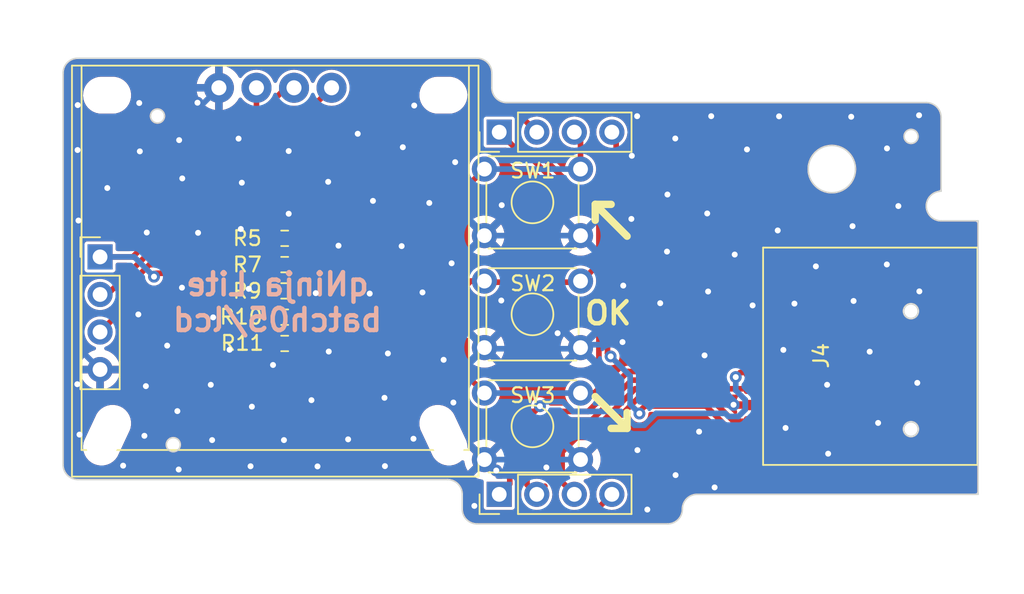
<source format=kicad_pcb>
(kicad_pcb (version 20211014) (generator pcbnew)
  (layers (0 "F.Cu" signal) (31 "B.Cu" signal) (34 "B.Paste" user) (35 "F.Paste" user) (36 "B.SilkS" user "B.Silkscreen") (37 "F.SilkS" user "F.Silkscreen") (38 "B.Mask" user) (39 "F.Mask" user) (44 "Edge.Cuts" user))
  (net 0 "")
  (net 1 "3V3D")
  (net 2 "SD_CS")
  (net 3 "MOSI")
  (net 4 "SCLK")
  (net 5 "MISO")
  (net 6 "SD_CD")
  (net 7 "TACT1")
  (net 8 "TACT2")
  (net 9 "TACT3")
  (net 10 "GND")
  (net 13 "I2C_SCL")
  (net 14 "I2C_SDA")
  (footprint "Ninja-qPCR:ALI_I2C_LCD" (layer "F.Cu") (at 146.350004 85.999993)
    (fp_text reference "D2" hide)
    (fp_text value "I2C_SSD1306_LCD")
    (fp_line (start 13.1 0) (end 13.1 26) (layer "F.SilkS") (width 0.12))
    (fp_line (start -13.75 0) (end 13.75 0) (layer "F.SilkS") (width 0.12))
    (fp_line (start 13.75 0) (end 13.75 27.8) (layer "F.SilkS") (width 0.12))
    (fp_line (start -13.1 0) (end -13.1 26) (layer "F.SilkS") (width 0.12))
    (fp_line (start -13.75 27.8) (end 13.75 27.8) (layer "F.SilkS") (width 0.12))
    (fp_line (start -13.75 0) (end -13.75 27.8) (layer "F.SilkS") (width 0.12))
    (fp_line (start -13.1 26) (end 13.1 26) (layer "F.SilkS") (width 0.12))
    (pad "" np_thru_hole oval (at 11.375 25 295.115) (size 3.767 2) (drill oval 3.767 2) (layers F&B.Cu *.Mask))
    (pad "" np_thru_hole oval (at 11.375 2) (size 2.75 2) (drill oval 2.75 2) (layers F&B.Cu *.Mask))
    (pad "" np_thru_hole oval (at -11.375 25 64.885) (size 3.767 2) (drill oval 3.767 2) (layers F&B.Cu *.Mask))
    (pad "" np_thru_hole oval (at -11.375 2) (size 2.75 2) (drill oval 2.75 2) (layers F&B.Cu *.Mask))
    (pad "1" thru_hole oval (at -3.81 1.5) (size 2.032 2.032) (drill 1.016) (layers *.Cu *.Mask) (net 10 "GND"))
    (pad "2" thru_hole oval (at -1.27 1.5) (size 2.032 2.032) (drill 1.016) (layers *.Cu *.Mask) (net 1 "3V3D"))
    (pad "3" thru_hole oval (at 1.27 1.5) (size 2.032 2.032) (drill 1.016) (layers *.Cu *.Mask) (net 13 "I2C_SCL"))
    (pad "4" thru_hole oval (at 3.81 1.5) (size 2.032 2.032) (drill 1.016) (layers *.Cu *.Mask) (net 14 "I2C_SDA"))
  )
  (footprint "Connector_PinHeader_2.54mm:PinHeader_1x04_P2.54mm_Vertical" (layer "F.Cu") (at 161.5 90.5 90)
    (fp_text reference "J1" hide)
    (fp_text value "Conn_01x04_Male")
    (fp_line (start 1.33 1.27) (end 1.33 8.95) (layer "F.SilkS") (width 0.12))
    (fp_line (start -1.33 8.95) (end 1.33 8.95) (layer "F.SilkS") (width 0.12))
    (fp_line (start -1.33 0) (end -1.33 -1.33) (layer "F.SilkS") (width 0.12))
    (fp_line (start -1.33 1.27) (end -1.33 8.95) (layer "F.SilkS") (width 0.12))
    (fp_line (start -1.33 1.27) (end 1.33 1.27) (layer "F.SilkS") (width 0.12))
    (fp_line (start -1.33 -1.33) (end 0 -1.33) (layer "F.SilkS") (width 0.12))
    (pad "1" thru_hole rect (at 0 0 90) (size 1.7 1.7) (drill 1) (layers *.Cu *.Mask) (net 9 "TACT3"))
    (pad "2" thru_hole oval (at 0 2.54 90) (size 1.7 1.7) (drill 1) (layers *.Cu *.Mask) (net 8 "TACT2"))
    (pad "3" thru_hole oval (at 0 5.08 90) (size 1.7 1.7) (drill 1) (layers *.Cu *.Mask) (net 7 "TACT1"))
    (pad "4" thru_hole oval (at 0 7.62 90) (size 1.7 1.7) (drill 1) (layers *.Cu *.Mask) (net 6 "SD_CD"))
  )
  (footprint "Resistor_SMD:R_0603_1608Metric" (layer "F.Cu") (at 146.9892 99.460635 180)
    (fp_text reference "R7" (at 2.5292 0) (layer "F.SilkS"))
    (fp_text value "100k")
    (fp_line (start -0.237258 -0.5225) (end 0.237258 -0.5225) (layer "F.SilkS") (width 0.12))
    (fp_line (start -0.237258 0.5225) (end 0.237258 0.5225) (layer "F.SilkS") (width 0.12))
    (pad "1" smd roundrect (at -0.825 0 180) (size 0.8 0.95) (layers "F.Cu" "F.Paste" "F.Mask") (net 1 "3V3D"))
    (pad "2" smd roundrect (at 0.825 0 180) (size 0.8 0.95) (layers "F.Cu" "F.Paste" "F.Mask") (net 14 "I2C_SDA"))
  )
  (footprint "Ninja-qPCR:ALI_microSD" (layer "F.Cu") (at 189.35 102.61 90)
    (fp_text reference "J4" (at -3.01 -6.07 90) (layer "F.SilkS"))
    (fp_text value "ALI_Micro_SD_Card")
    (fp_line (start 4.3 -10) (end 4.3 4.5) (layer "F.SilkS") (width 0.12))
    (fp_line (start -10.4 -10) (end -10.4 4.5) (layer "F.SilkS") (width 0.12))
    (fp_line (start 4.3 4.5) (end -10.4 4.5) (layer "F.SilkS") (width 0.12))
    (fp_line (start -10.4 -10) (end 4.3 -10) (layer "F.SilkS") (width 0.12))
    (fp_circle (center 0 0) (end 0.5 0) (layer "Edge.Cuts") (width 0.12) (fill none))
    (fp_circle (center -7.98 0) (end -7.48 0) (layer "Edge.Cuts") (width 0.12) (fill none))
    (pad "1" smd roundrect (at -0.85 -10.5 90) (size 0.7 1.6) (layers "F.Cu" "F.Paste" "F.Mask"))
    (pad "2" smd roundrect (at -1.95 -10.5 90) (size 0.7 1.6) (layers "F.Cu" "F.Paste" "F.Mask") (net 2 "SD_CS"))
    (pad "3" smd roundrect (at -3.05 -10.5 90) (size 0.7 1.6) (layers "F.Cu" "F.Paste" "F.Mask") (net 3 "MOSI"))
    (pad "4" smd roundrect (at -4.15 -10.5 90) (size 0.7 1.6) (layers "F.Cu" "F.Paste" "F.Mask") (net 1 "3V3D"))
    (pad "5" smd roundrect (at -5.25 -10.5 90) (size 0.7 1.6) (layers "F.Cu" "F.Paste" "F.Mask") (net 4 "SCLK"))
    (pad "6" smd roundrect (at -6.35 -10.5 90) (size 0.7 1.6) (layers "F.Cu" "F.Paste" "F.Mask") (net 10 "GND"))
    (pad "7" smd roundrect (at -7.45 -10.5 90) (size 0.7 1.6) (layers "F.Cu" "F.Paste" "F.Mask") (net 5 "MISO"))
    (pad "8" smd roundrect (at -8.55 -10.5 90) (size 0.7 1.6) (layers "F.Cu" "F.Paste" "F.Mask"))
    (pad "Cd" smd roundrect (at -9.65 -10.5 90) (size 0.7 1.6) (layers "F.Cu" "F.Paste" "F.Mask") (net 6 "SD_CD"))
    (pad "SHIELD" smd roundrect (at -10.8 -10 90) (size 1.192 1.4) (layers "F.Cu" "F.Paste" "F.Mask"))
    (pad "SHIELD" smd roundrect (at 4.7 -0.4 90) (size 1.2 2.2) (layers "F.Cu" "F.Paste" "F.Mask"))
    (pad "SHIELD" smd roundrect (at 3.8 -10 90) (size 1.6 1.4) (layers "F.Cu" "F.Paste" "F.Mask"))
    (pad "SHIELD" smd roundrect (at -10.8 -0.4 90) (size 1.2 2.2) (layers "F.Cu" "F.Paste" "F.Mask"))
  )
  (footprint "Connector_PinHeader_2.54mm:PinHeader_1x04_P2.54mm_Vertical" (layer "F.Cu") (at 134.5 98.94)
    (fp_text reference "J3" hide)
    (fp_text value "Conn_01x04_Male")
    (fp_line (start -1.33 -1.33) (end 0 -1.33) (layer "F.SilkS") (width 0.12))
    (fp_line (start -1.33 8.95) (end 1.33 8.95) (layer "F.SilkS") (width 0.12))
    (fp_line (start -1.33 1.27) (end -1.33 8.95) (layer "F.SilkS") (width 0.12))
    (fp_line (start -1.33 1.27) (end 1.33 1.27) (layer "F.SilkS") (width 0.12))
    (fp_line (start 1.33 1.27) (end 1.33 8.95) (layer "F.SilkS") (width 0.12))
    (fp_line (start -1.33 0) (end -1.33 -1.33) (layer "F.SilkS") (width 0.12))
    (pad "1" thru_hole rect (at 0 0) (size 1.7 1.7) (drill 1) (layers *.Cu *.Mask) (net 1 "3V3D"))
    (pad "2" thru_hole oval (at 0 2.54) (size 1.7 1.7) (drill 1) (layers *.Cu *.Mask) (net 13 "I2C_SCL"))
    (pad "3" thru_hole oval (at 0 5.079999) (size 1.7 1.7) (drill 1) (layers *.Cu *.Mask) (net 14 "I2C_SDA"))
    (pad "4" thru_hole oval (at 0 7.62) (size 1.7 1.7) (drill 1) (layers *.Cu *.Mask) (net 10 "GND"))
  )
  (footprint "Ninja-qPCR:SW_TH_Tactile_Omron_B3F-10xx" (layer "F.Cu") (at 160.5 108.15)
    (fp_text reference "SW3" (at 3.27 0.15) (layer "F.SilkS"))
    (fp_text value "TACTILE_4")
    (fp_line (start 0.28 -0.87) (end 6.22 -0.87) (layer "F.SilkS") (width 0.12))
    (fp_line (start 0.13 3.59) (end 0.13 0.91) (layer "F.SilkS") (width 0.12))
    (fp_line (start 0.28 5.37) (end 6.22 5.37) (layer "F.SilkS") (width 0.12))
    (fp_line (start 6.37 0.91) (end 6.37 3.59) (layer "F.SilkS") (width 0.12))
    (fp_circle (center 3.25 2.25) (end 4.25 3.25) (layer "F.SilkS") (width 0.12) (fill none))
    (pad "1" thru_hole circle locked (at 0 0) (size 1.7 1.7) (drill 1) (layers *.Cu *.Mask) (net 9 "TACT3"))
    (pad "2" thru_hole circle locked (at 6.5 0) (size 1.7 1.7) (drill 1) (layers *.Cu *.Mask) (net 9 "TACT3"))
    (pad "3" thru_hole circle locked (at 0 4.5) (size 1.7 1.7) (drill 1) (layers *.Cu *.Mask) (net 10 "GND"))
    (pad "4" thru_hole circle locked (at 6.5 4.5) (size 1.7 1.7) (drill 1) (layers *.Cu *.Mask) (net 10 "GND"))
  )
  (footprint "Resistor_SMD:R_0603_1608Metric" (layer "F.Cu") (at 146.9892 104.794635)
    (fp_text reference "R11" (at -2.8692 -0.027999) (layer "F.SilkS"))
    (fp_text value "100k")
    (fp_line (start -0.237258 -0.5225) (end 0.237258 -0.5225) (layer "F.SilkS") (width 0.12))
    (fp_line (start -0.237258 0.5225) (end 0.237258 0.5225) (layer "F.SilkS") (width 0.12))
    (pad "1" smd roundrect (at -0.825 0) (size 0.8 0.95) (layers "F.Cu" "F.Paste" "F.Mask") (net 1 "3V3D"))
    (pad "2" smd roundrect (at 0.825 0) (size 0.8 0.95) (layers "F.Cu" "F.Paste" "F.Mask") (net 9 "TACT3"))
  )
  (footprint "Resistor_SMD:R_0603_1608Metric" (layer "F.Cu") (at 146.9892 97.682635 180)
    (fp_text reference "R5" (at 2.5292 0) (layer "F.SilkS"))
    (fp_text value "100k")
    (fp_line (start -0.237258 -0.5225) (end 0.237258 -0.5225) (layer "F.SilkS") (width 0.12))
    (fp_line (start -0.237258 0.5225) (end 0.237258 0.5225) (layer "F.SilkS") (width 0.12))
    (pad "1" smd roundrect (at -0.825 0 180) (size 0.8 0.95) (layers "F.Cu" "F.Paste" "F.Mask") (net 1 "3V3D"))
    (pad "2" smd roundrect (at 0.825 0 180) (size 0.8 0.95) (layers "F.Cu" "F.Paste" "F.Mask") (net 13 "I2C_SCL"))
  )
  (footprint "Resistor_SMD:R_0603_1608Metric" (layer "F.Cu") (at 146.9892 101.238635)
    (fp_text reference "R9" (at -2.5292 0.008001) (layer "F.SilkS"))
    (fp_text value "100k")
    (fp_line (start -0.237258 0.5225) (end 0.237258 0.5225) (layer "F.SilkS") (width 0.12))
    (fp_line (start -0.237258 -0.5225) (end 0.237258 -0.5225) (layer "F.SilkS") (width 0.12))
    (pad "1" smd roundrect (at -0.825 0) (size 0.8 0.95) (layers "F.Cu" "F.Paste" "F.Mask") (net 1 "3V3D"))
    (pad "2" smd roundrect (at 0.825 0) (size 0.8 0.95) (layers "F.Cu" "F.Paste" "F.Mask") (net 7 "TACT1"))
  )
  (footprint "Ninja-qPCR:SW_TH_Tactile_Omron_B3F-10xx" (layer "F.Cu") (at 160.5 100.575)
    (fp_text reference "SW2" (at 3.27 0.16) (layer "F.SilkS"))
    (fp_text value "TACTILE_4")
    (fp_line (start 0.28 5.37) (end 6.22 5.37) (layer "F.SilkS") (width 0.12))
    (fp_line (start 0.28 -0.87) (end 6.22 -0.87) (layer "F.SilkS") (width 0.12))
    (fp_line (start 6.37 0.91) (end 6.37 3.59) (layer "F.SilkS") (width 0.12))
    (fp_line (start 0.13 3.59) (end 0.13 0.91) (layer "F.SilkS") (width 0.12))
    (fp_circle (center 3.25 2.25) (end 4.25 3.25) (layer "F.SilkS") (width 0.12) (fill none))
    (pad "1" thru_hole circle locked (at 0 0) (size 1.7 1.7) (drill 1) (layers *.Cu *.Mask) (net 8 "TACT2"))
    (pad "2" thru_hole circle locked (at 6.5 0) (size 1.7 1.7) (drill 1) (layers *.Cu *.Mask) (net 8 "TACT2"))
    (pad "3" thru_hole circle locked (at 0 4.5) (size 1.7 1.7) (drill 1) (layers *.Cu *.Mask) (net 10 "GND"))
    (pad "4" thru_hole circle locked (at 6.5 4.5) (size 1.7 1.7) (drill 1) (layers *.Cu *.Mask) (net 10 "GND"))
  )
  (footprint "Ninja-qPCR:SW_TH_Tactile_Omron_B3F-10xx" (layer "F.Cu") (at 160.5 93)
    (fp_text reference "SW1" (at 3.27 0.11) (layer "F.SilkS"))
    (fp_text value "TACTILE_4")
    (fp_line (start 0.13 3.59) (end 0.13 0.91) (layer "F.SilkS") (width 0.12))
    (fp_line (start 6.37 0.91) (end 6.37 3.59) (layer "F.SilkS") (width 0.12))
    (fp_line (start 0.28 5.37) (end 6.22 5.37) (layer "F.SilkS") (width 0.12))
    (fp_line (start 0.28 -0.87) (end 6.22 -0.87) (layer "F.SilkS") (width 0.12))
    (fp_circle (center 3.25 2.25) (end 4.25 3.25) (layer "F.SilkS") (width 0.12) (fill none))
    (pad "1" thru_hole circle locked (at 0 0) (size 1.7 1.7) (drill 1) (layers *.Cu *.Mask) (net 7 "TACT1"))
    (pad "2" thru_hole circle locked (at 6.5 0) (size 1.7 1.7) (drill 1) (layers *.Cu *.Mask) (net 7 "TACT1"))
    (pad "3" thru_hole circle locked (at 0 4.5) (size 1.7 1.7) (drill 1) (layers *.Cu *.Mask) (net 10 "GND"))
    (pad "4" thru_hole circle locked (at 6.5 4.5) (size 1.7 1.7) (drill 1) (layers *.Cu *.Mask) (net 10 "GND"))
  )
  (footprint "Connector_PinHeader_2.54mm:PinHeader_1x04_P2.54mm_Vertical" (layer "F.Cu") (at 161.5 115 90)
    (fp_text reference "J2" hide)
    (fp_text value "Conn_01x04_Male")
    (fp_line (start -1.33 8.95) (end 1.33 8.95) (layer "F.SilkS") (width 0.12))
    (fp_line (start -1.33 0) (end -1.33 -1.33) (layer "F.SilkS") (width 0.12))
    (fp_line (start -1.33 1.27) (end -1.33 8.95) (layer "F.SilkS") (width 0.12))
    (fp_line (start -1.33 1.27) (end 1.33 1.27) (layer "F.SilkS") (width 0.12))
    (fp_line (start -1.33 -1.33) (end 0 -1.33) (layer "F.SilkS") (width 0.12))
    (fp_line (start 1.33 1.27) (end 1.33 8.95) (layer "F.SilkS") (width 0.12))
    (pad "1" thru_hole rect (at 0 0 90) (size 1.7 1.7) (drill 1) (layers *.Cu *.Mask) (net 2 "SD_CS"))
    (pad "2" thru_hole oval (at 0 2.54 90) (size 1.7 1.7) (drill 1) (layers *.Cu *.Mask) (net 4 "SCLK"))
    (pad "3" thru_hole oval (at 0 5.08 90) (size 1.7 1.7) (drill 1) (layers *.Cu *.Mask) (net 5 "MISO"))
    (pad "4" thru_hole oval (at 0 7.62 90) (size 1.7 1.7) (drill 1) (layers *.Cu *.Mask) (net 3 "MOSI"))
  )
  (footprint "Resistor_SMD:R_0603_1608Metric" (layer "F.Cu") (at 146.9892 103.016635)
    (fp_text reference "R10" (at -2.9392 -0.019999) (layer "F.SilkS"))
    (fp_text value "100k")
    (fp_line (start -0.237258 0.5225) (end 0.237258 0.5225) (layer "F.SilkS") (width 0.12))
    (fp_line (start -0.237258 -0.5225) (end 0.237258 -0.5225) (layer "F.SilkS") (width 0.12))
    (pad "1" smd roundrect (at -0.825 0) (size 0.8 0.95) (layers "F.Cu" "F.Paste" "F.Mask") (net 1 "3V3D"))
    (pad "2" smd roundrect (at 0.825 0) (size 0.8 0.95) (layers "F.Cu" "F.Paste" "F.Mask") (net 8 "TACT2"))
  )
  (gr_line (start 193.889 115) (end 174.889 115) (layer "Edge.Cuts") (width 0.1))
  (gr_line (start 159 115) (end 159 116) (layer "Edge.Cuts") (width 0.1))
  (gr_arc (start 158 114) (mid 158.707107 114.292893) (end 159 115) (layer "Edge.Cuts") (width 0.1))
  (gr_circle (center 184 93) (end 185.6 93) (layer "Edge.Cuts") (width 0.1) (fill none))
  (gr_arc (start 191.389 96.5) (mid 190.389 95.5) (end 191.389 94.5) (layer "Edge.Cuts") (width 0.1))
  (gr_arc (start 162 88.5) (mid 161.292893 88.207107) (end 161 87.5) (layer "Edge.Cuts") (width 0.1))
  (gr_arc (start 133 114) (mid 132.292893 113.707107) (end 132 113) (layer "Edge.Cuts") (width 0.1))
  (gr_line (start 160 85.5) (end 133 85.5) (layer "Edge.Cuts") (width 0.1))
  (gr_line (start 161 86.5) (end 161 87.5) (layer "Edge.Cuts") (width 0.1))
  (gr_line (start 133 114) (end 158 114) (layer "Edge.Cuts") (width 0.1))
  (gr_circle (center 138.385 89.41) (end 137.91 89.41) (layer "Edge.Cuts") (width 0.1) (fill none))
  (gr_line (start 193.889 96.5) (end 191.389 96.5) (layer "Edge.Cuts") (width 0.1))
  (gr_arc (start 173.889 116) (mid 174.181893 115.292893) (end 174.889 115) (layer "Edge.Cuts") (width 0.1))
  (gr_line (start 132 86.5) (end 132 113) (layer "Edge.Cuts") (width 0.1))
  (gr_line (start 190.389 88.5) (end 162 88.5) (layer "Edge.Cuts") (width 0.1))
  (gr_arc (start 173.889 116) (mid 173.596107 116.707107) (end 172.889 117) (layer "Edge.Cuts") (width 0.1))
  (gr_line (start 193.889 115) (end 193.889 96.5) (layer "Edge.Cuts") (width 0.1))
  (gr_arc (start 160 117) (mid 159.292893 116.707107) (end 159 116) (layer "Edge.Cuts") (width 0.1))
  (gr_arc (start 132 86.5) (mid 132.292893 85.792893) (end 133 85.5) (layer "Edge.Cuts") (width 0.1))
  (gr_arc (start 160 85.5) (mid 160.707107 85.792893) (end 161 86.5) (layer "Edge.Cuts") (width 0.1))
  (gr_arc (start 190.389 88.5) (mid 191.096107 88.792893) (end 191.389 89.5) (layer "Edge.Cuts") (width 0.1))
  (gr_line (start 160 117) (end 172.889 117) (layer "Edge.Cuts") (width 0.1))
  (gr_circle (center 189.36 90.79) (end 188.885 90.79) (layer "Edge.Cuts") (width 0.1) (fill none))
  (gr_line (start 191.389 94.5) (end 191.389 89.5) (layer "Edge.Cuts") (width 0.1))
  (gr_circle (center 139.455 111.64) (end 138.98 111.64) (layer "Edge.Cuts") (width 0.1) (fill none))
  (gr_text "qNinja Lite\nbatch05/lcd" (at 146.5 102) (layer "B.SilkS") (effects (font (size 1.5 1.5) (thickness 0.3)) (justify mirror)))
  (gr_text "↑" (at 168.86 96.25 45) (layer "F.SilkS") (effects (font (size 4 4) (thickness 0.5))))
  (gr_text "↓" (at 168.86 109.25 45) (layer "F.SilkS") (effects (font (size 4 4) (thickness 0.5))))
  (gr_text "OK" (at 168.86 102.75) (layer "F.SilkS") (effects (font (size 1.5 1.5) (thickness 0.3))))
  (segment (start 146.1642 104.794635) (end 147.03242 105.662855) (width 0.381) (layer "F.Cu") (net 1))
  (segment (start 138.297784 100.047719) (end 138.512281 100.047719) (width 0.381) (layer "F.Cu") (net 1))
  (segment (start 178.85 106.76) (end 177.8068 106.76) (width 0.381) (layer "F.Cu") (net 1))
  (segment (start 138.512281 100.047719) (end 145.106636 100.047719) (width 0.381) (layer "F.Cu") (net 1))
  (segment (start 136.713118 98.94) (end 134.5 98.94) (width 0.381) (layer "F.Cu") (net 1))
  (segment (start 159.256789 108.664956) (end 159.985044 109.393211) (width 0.381) (layer "F.Cu") (net 1))
  (segment (start 145.11 100.044355) (end 146.1642 101.098555) (width 0.381) (layer "F.Cu") (net 1))
  (segment (start 146.1642 104.794635) (end 146.1642 101.238635) (width 0.381) (layer "F.Cu") (net 1))
  (segment (start 138.378163 100.047719) (end 138.149082 100.2768) (width 0.381) (layer "F.Cu") (net 1))
  (segment (start 145.106636 100.047719) (end 145.11 100.044355) (width 0.381) (layer "F.Cu") (net 1))
  (segment (start 146.1642 101.110635) (end 147.8142 99.460635) (width 0.381) (layer "F.Cu") (net 1))
  (segment (start 158.673069 107.148573) (end 159.256789 107.732293) (width 0.381) (layer "F.Cu") (net 1))
  (segment (start 145.080004 97.359996) (end 145.080004 87.499993) (width 0.381) (layer "F.Cu") (net 1))
  (segment (start 148.287145 105.662855) (end 148.622169 105.327831) (width 0.381) (layer "F.Cu") (net 1))
  (segment (start 147.03242 105.662855) (end 148.287145 105.662855) (width 0.381) (layer "F.Cu") (net 1))
  (segment (start 148.622169 105.327831) (end 148.622169 104.81217) (width 0.381) (layer "F.Cu") (net 1))
  (segment (start 137.356559 98.296559) (end 144.143441 98.296559) (width 0.381) (layer "F.Cu") (net 1))
  (segment (start 158.673069 104.83174) (end 158.673069 107.148573) (width 0.381) (layer "F.Cu") (net 1))
  (segment (start 144.143441 98.296559) (end 145.080004 97.359996) (width 0.381) (layer "F.Cu") (net 1))
  (segment (start 148.622169 104.81217) (end 149.250264 104.184075) (width 0.381) (layer "F.Cu") (net 1))
  (segment (start 146.1642 101.238635) (end 146.1642 101.110635) (width 0.381) (layer "F.Cu") (net 1))
  (segment (start 159.985044 109.393211) (end 163.900355 109.393211) (width 0.381) (layer "F.Cu") (net 1))
  (segment (start 159.256789 107.732293) (end 159.256789 108.664956) (width 0.381) (layer "F.Cu") (net 1))
  (segment (start 137.356559 98.296559) (end 136.713118 98.94) (width 0.381) (layer "F.Cu") (net 1))
  (segment (start 146.1642 101.098555) (end 146.1642 101.238635) (width 0.381) (layer "F.Cu") (net 1))
  (segment (start 163.900355 109.393211) (end 164.254532 109.039034) (width 0.381) (layer "F.Cu") (net 1))
  (segment (start 177.8068 106.76) (end 177.5 107.0668) (width 0.381) (layer "F.Cu") (net 1))
  (segment (start 158.025404 104.184075) (end 158.673069 104.83174) (width 0.381) (layer "F.Cu") (net 1))
  (segment (start 138.512281 100.047719) (end 138.378163 100.047719) (width 0.381) (layer "F.Cu") (net 1))
  (segment (start 147.8142 99.460635) (end 147.8142 97.682635) (width 0.381) (layer "F.Cu") (net 1))
  (segment (start 149.250264 104.184075) (end 158.025404 104.184075) (width 0.381) (layer "F.Cu") (net 1))
  (via (at 138.149082 100.2768) (size 0.8) (drill 0.4) (layers "F.Cu" "B.Cu") (net 1))
  (via (at 164.254532 109.039034) (size 0.8) (drill 0.4) (layers "F.Cu" "B.Cu") (net 1))
  (via (at 177.5 107.0668) (size 0.8) (drill 0.4) (layers "F.Cu" "B.Cu") (net 1))
  (segment (start 166.485044 109.393211) (end 169.721672 109.393211) (width 0.381) (layer "B.Cu") (net 1))
  (segment (start 178.143211 109.26856) (end 178.143211 108.61144) (width 0.381) (layer "B.Cu") (net 1))
  (segment (start 177.67856 109.733211) (end 178.143211 109.26856) (width 0.381) (layer "B.Cu") (net 1))
  (segment (start 172.114785 109.52372) (end 176.79 109.52372) (width 0.381) (layer "B.Cu") (net 1))
  (segment (start 169.721672 109.393211) (end 170.654923 110.326462) (width 0.381) (layer "B.Cu") (net 1))
  (segment (start 164.254532 109.035468) (end 164.55628 108.73372) (width 0.381) (layer "B.Cu") (net 1))
  (segment (start 171.312043 110.326462) (end 172.114785 109.52372) (width 0.381) (layer "B.Cu") (net 1))
  (segment (start 136.812282 98.94) (end 134.5 98.94) (width 0.381) (layer "B.Cu") (net 1))
  (segment (start 138.149082 100.2768) (end 136.812282 98.94) (width 0.381) (layer "B.Cu") (net 1))
  (segment (start 176.999491 109.733211) (end 177.67856 109.733211) (width 0.381) (layer "B.Cu") (net 1))
  (segment (start 178.143211 108.61144) (end 177.5 107.968229) (width 0.381) (layer "B.Cu") (net 1))
  (segment (start 170.654923 110.326462) (end 171.312043 110.326462) (width 0.381) (layer "B.Cu") (net 1))
  (segment (start 176.79 109.52372) (end 176.999491 109.733211) (width 0.381) (layer "B.Cu") (net 1))
  (segment (start 177.5 107.968229) (end 177.5 107.0668) (width 0.381) (layer "B.Cu") (net 1))
  (segment (start 164.254532 109.039034) (end 164.254532 109.035468) (width 0.381) (layer "B.Cu") (net 1))
  (segment (start 164.55628 108.73372) (end 165.825553 108.73372) (width 0.381) (layer "B.Cu") (net 1))
  (segment (start 165.825553 108.73372) (end 166.485044 109.393211) (width 0.381) (layer "B.Cu") (net 1))
  (segment (start 161.5 115) (end 162.213069 114.286931) (width 0.381) (layer "F.Cu") (net 2))
  (segment (start 162.213069 113.87) (end 162.186281 113.843212) (width 0.381) (layer "F.Cu") (net 2))
  (segment (start 178.346416 104.56) (end 178.85 104.56) (width 0.381) (layer "F.Cu") (net 2))
  (segment (start 162.186281 112.229041) (end 165.02211 109.393211) (width 0.381) (layer "F.Cu") (net 2))
  (segment (start 165.02211 109.393211) (end 167.514956 109.393211) (width 0.381) (layer "F.Cu") (net 2))
  (segment (start 170.215607 106.69256) (end 175.926965 106.69256) (width 0.381) (layer "F.Cu") (net 2))
  (segment (start 162.186281 113.843212) (end 162.186281 112.229041) (width 0.381) (layer "F.Cu") (net 2))
  (segment (start 178.059525 104.56) (end 178.85 104.56) (width 0.381) (layer "F.Cu") (net 2))
  (segment (start 162.213069 114.286931) (end 162.213069 113.87) (width 0.381) (layer "F.Cu") (net 2))
  (segment (start 167.514956 109.393211) (end 170.215607 106.69256) (width 0.381) (layer "F.Cu") (net 2))
  (segment (start 175.926965 106.69256) (end 178.059525 104.56) (width 0.381) (layer "F.Cu") (net 2))
  (segment (start 177.785029 105.66) (end 178.85 105.66) (width 0.381) (layer "F.Cu") (net 3))
  (segment (start 162.796789 112.444037) (end 165.263895 109.976931) (width 0.381) (layer "F.Cu") (net 3))
  (segment (start 176.168749 107.27628) (end 177.785029 105.66) (width 0.381) (layer "F.Cu") (net 3))
  (segment (start 163.525044 116.243211) (end 162.796789 115.514956) (width 0.381) (layer "F.Cu") (net 3))
  (segment (start 167.876789 116.243211) (end 163.525044 116.243211) (width 0.381) (layer "F.Cu") (net 3))
  (segment (start 169.12 115) (end 167.876789 116.243211) (width 0.381) (layer "F.Cu") (net 3))
  (segment (start 167.756741 109.97693) (end 170.457391 107.27628) (width 0.381) (layer "F.Cu") (net 3))
  (segment (start 162.796789 115.514956) (end 162.796789 112.444037) (width 0.381) (layer "F.Cu") (net 3))
  (segment (start 170.457391 107.27628) (end 176.168749 107.27628) (width 0.381) (layer "F.Cu") (net 3))
  (segment (start 169.12 115) (end 168.591833 115) (width 0.381) (layer "F.Cu") (net 3))
  (segment (start 165.263895 109.976931) (end 167.756741 109.97693) (width 0.381) (layer "F.Cu") (net 3))
  (segment (start 164.04 115) (end 164.58935 114.45065) (width 0.381) (layer "F.Cu") (net 4))
  (segment (start 170.699175 107.86) (end 178.85 107.86) (width 0.381) (layer "F.Cu") (net 4))
  (segment (start 165.505679 110.560651) (end 167.998526 110.560649) (width 0.381) (layer "F.Cu") (net 4))
  (segment (start 164.04 115) (end 163.380509 114.340509) (width 0.381) (layer "F.Cu") (net 4))
  (segment (start 167.998526 110.560649) (end 170.699175 107.86) (width 0.381) (layer "F.Cu") (net 4))
  (segment (start 163.380509 112.685821) (end 165.505679 110.560651) (width 0.381) (layer "F.Cu") (net 4))
  (segment (start 163.380509 114.340509) (end 163.380509 112.685821) (width 0.381) (layer "F.Cu") (net 4))
  (segment (start 177.348229 110.06) (end 175.731949 108.44372) (width 0.381) (layer "F.Cu") (net 5))
  (segment (start 168.24031 111.144369) (end 166.747464 111.144369) (width 0.381) (layer "F.Cu") (net 5))
  (segment (start 170.940959 108.44372) (end 168.24031 111.144369) (width 0.381) (layer "F.Cu") (net 5))
  (segment (start 175.731949 108.44372) (end 170.940959 108.44372) (width 0.381) (layer "F.Cu") (net 5))
  (segment (start 165.756789 112.135044) (end 165.756789 114.176789) (width 0.381) (layer "F.Cu") (net 5))
  (segment (start 165.756789 114.176789) (end 166.58 115) (width 0.381) (layer "F.Cu") (net 5))
  (segment (start 178.85 110.06) (end 177.348229 110.06) (width 0.381) (layer "F.Cu") (net 5))
  (segment (start 166.747464 111.144369) (end 165.756789 112.135044) (width 0.381) (layer "F.Cu") (net 5))
  (segment (start 169.41065 99.906281) (end 169.410651 90.790651) (width 0.381) (layer "F.Cu") (net 6))
  (segment (start 171.35256 109.02744) (end 175.490165 109.02744) (width 0.381) (layer "F.Cu") (net 6))
  (segment (start 170.983483 109.533251) (end 170.983483 109.396517) (width 0.381) (layer "F.Cu") (net 6))
  (segment (start 168.826931 105.460825) (end 168.826931 100.49) (width 0.381) (layer "F.Cu") (net 6))
  (segment (start 178.346416 112.26) (end 178.85 112.26) (width 0.381) (layer "F.Cu") (net 6))
  (segment (start 168.826931 100.49) (end 169.41065 99.906281) (width 0.381) (layer "F.Cu") (net 6))
  (segment (start 170.983483 109.396517) (end 171.35256 109.02744) (width 0.381) (layer "F.Cu") (net 6))
  (segment (start 177.65678 111.194055) (end 177.65678 111.570364) (width 0.381) (layer "F.Cu") (net 6))
  (segment (start 175.490165 109.02744) (end 177.65678 111.194055) (width 0.381) (layer "F.Cu") (net 6))
  (segment (start 169.410651 90.790651) (end 169.12 90.5) (width 0.381) (layer "F.Cu") (net 6))
  (segment (start 169.036411 105.670305) (end 168.826931 105.460825) (width 0.381) (layer "F.Cu") (net 6))
  (segment (start 177.65678 111.570364) (end 178.346416 112.26) (width 0.381) (layer "F.Cu") (net 6))
  (via (at 170.983483 109.533251) (size 0.8) (drill 0.4) (layers "F.Cu" "B.Cu") (net 6))
  (via (at 169.036411 105.670305) (size 0.8) (drill 0.4) (layers "F.Cu" "B.Cu") (net 6))
  (segment (start 170.356382 106.990276) (end 170.356382 108.90615) (width 0.381) (layer "B.Cu") (net 6))
  (segment (start 170.356382 106.990276) (end 169.036411 105.670305) (width 0.381) (layer "B.Cu") (net 6))
  (segment (start 170.356382 108.90615) (end 170.983483 109.533251) (width 0.381) (layer "B.Cu") (net 6))
  (segment (start 148.872915 102.432915) (end 156.891581 102.432915) (width 0.381) (layer "F.Cu") (net 7))
  (segment (start 159.256789 94.243211) (end 160.5 93) (width 0.381) (layer "F.Cu") (net 7))
  (segment (start 156.891581 102.432915) (end 159.256789 100.067707) (width 0.381) (layer "F.Cu") (net 7))
  (segment (start 147.8142 101.3742) (end 148.872915 102.432915) (width 0.381) (layer "F.Cu") (net 7))
  (segment (start 159.256789 100.067707) (end 159.256789 94.243211) (width 0.381) (layer "F.Cu") (net 7))
  (segment (start 167 93) (end 167 90.92) (width 0.381) (layer "F.Cu") (net 7))
  (segment (start 147.8142 101.238635) (end 147.8142 101.3742) (width 0.381) (layer "F.Cu") (net 7))
  (segment (start 167 90.92) (end 166.58 90.5) (width 0.381) (layer "F.Cu") (net 7))
  (segment (start 160.5 93) (end 167 93) (width 0.381) (layer "B.Cu") (net 7))
  (segment (start 167 100.65) (end 168.243211 99.406789) (width 0.381) (layer "F.Cu") (net 8))
  (segment (start 160.5 100.65) (end 167 100.65) (width 0.381) (layer "F.Cu") (net 8))
  (segment (start 168.243211 95.308715) (end 167.768216 94.83372) (width 0.381) (layer "F.Cu") (net 8))
  (segment (start 166.250048 94.833719) (end 163.813164 92.396835) (width 0.381) (layer "F.Cu") (net 8))
  (segment (start 162.571331 92.396835) (end 161.917707 91.743211) (width 0.381) (layer "F.Cu") (net 8))
  (segment (start 157.133365 103.016635) (end 159.575 100.575) (width 0.381) (layer "F.Cu") (net 8))
  (segment (start 162.796789 89.256789) (end 164.04 90.5) (width 0.381) (layer "F.Cu") (net 8))
  (segment (start 159.94 91.21) (end 159.94 89.573578) (width 0.381) (layer "F.Cu") (net 8))
  (segment (start 163.813164 92.396835) (end 162.571331 92.396835) (width 0.381) (layer "F.Cu") (net 8))
  (segment (start 160.5 100.98) (end 160.5 100.65) (width 0.381) (layer "F.Cu") (net 8))
  (segment (start 161.917707 91.743211) (end 160.473211 91.743211) (width 0.381) (layer "F.Cu") (net 8))
  (segment (start 160.473211 91.743211) (end 159.94 91.21) (width 0.381) (layer "F.Cu") (net 8))
  (segment (start 167.768216 94.83372) (end 166.250048 94.833719) (width 0.381) (layer "F.Cu") (net 8))
  (segment (start 159.94 89.573578) (end 160.256789 89.256789) (width 0.381) (layer "F.Cu") (net 8))
  (segment (start 160.256789 89.256789) (end 162.796789 89.256789) (width 0.381) (layer "F.Cu") (net 8))
  (segment (start 159.575 100.575) (end 160.5 100.575) (width 0.381) (layer "F.Cu") (net 8))
  (segment (start 168.243211 99.406789) (end 168.243211 95.308715) (width 0.381) (layer "F.Cu") (net 8))
  (segment (start 147.8142 103.016635) (end 157.133365 103.016635) (width 0.381) (layer "F.Cu") (net 8))
  (segment (start 168.826931 99.648573) (end 168.243211 100.232293) (width 0.381) (layer "F.Cu") (net 9))
  (segment (start 147.8142 104.794635) (end 149.00848 103.600355) (width 0.381) (layer "F.Cu") (net 9))
  (segment (start 162.743211 91.743211) (end 163.985044 91.743211) (width 0.381) (layer "F.Cu") (net 9))
  (segment (start 158.267188 103.600355) (end 159.256789 104.589956) (width 0.381) (layer "F.Cu") (net 9))
  (segment (start 163.985044 91.743211) (end 166.491833 94.25) (width 0.381) (layer "F.Cu") (net 9))
  (segment (start 166.491833 94.25) (end 168.01 94.25) (width 0.381) (layer "F.Cu") (net 9))
  (segment (start 168.01 94.25) (end 168.826931 95.066931) (width 0.381) (layer "F.Cu") (net 9))
  (segment (start 161.5 90.5) (end 162.743211 91.743211) (width 0.381) (layer "F.Cu") (net 9))
  (segment (start 167.932663 108.15) (end 167 108.15) (width 0.381) (layer "F.Cu") (net 9))
  (segment (start 149.00848 103.600355) (end 158.267188 103.600355) (width 0.381) (layer "F.Cu") (net 9))
  (segment (start 168.243211 107.839452) (end 167.932663 108.15) (width 0.381) (layer "F.Cu") (net 9))
  (segment (start 159.256789 104.589956) (end 159.256789 106.906789) (width 0.381) (layer "F.Cu") (net 9))
  (segment (start 168.826931 95.066931) (end 168.826931 99.648573) (width 0.381) (layer "F.Cu") (net 9))
  (segment (start 168.243211 100.232293) (end 168.243211 107.839452) (width 0.381) (layer "F.Cu") (net 9))
  (segment (start 159.256789 106.906789) (end 160.5 108.15) (width 0.381) (layer "F.Cu") (net 9))
  (segment (start 160.5 108.15) (end 167 108.15) (width 0.381) (layer "B.Cu") (net 9))
  (segment (start 177.37 108.96) (end 177.35 108.94) (width 0.381) (layer "F.Cu") (net 10))
  (segment (start 133.991833 106.81) (end 135.11 106.81) (width 0.381) (layer "F.Cu") (net 10))
  (segment (start 178.85 108.96) (end 177.37 108.96) (width 0.381) (layer "F.Cu") (net 10))
  (via (at 152.96 95.15) (size 0.8) (drill 0.4) (layers "F.Cu" "B.Cu") (net 10))
  (via (at 136.06 113.06) (size 0.8) (drill 0.4) (layers "F.Cu" "B.Cu") (net 10))
  (via (at 154.9 98.21) (size 0.8) (drill 0.4) (layers "F.Cu" "B.Cu") (net 10))
  (via (at 157.74 105.9) (size 0.8) (drill 0.4) (layers "F.Cu" "B.Cu") (net 10))
  (via (at 153.77 113.09) (size 0.8) (drill 0.4) (layers "F.Cu" "B.Cu") (net 10))
  (via (at 183.68 107.59) (size 0.8) (drill 0.4) (layers "F.Cu" "B.Cu") (net 10))
  (via (at 164.69 113.18) (size 0.8) (drill 0.4) (layers "F.Cu" "B.Cu") (net 10))
  (via (at 161.64 101.89) (size 0.8) (drill 0.4) (layers "F.Cu" "B.Cu") (net 10))
  (via (at 132.98 91.71) (size 0.8) (drill 0.4) (layers "F.Cu" "B.Cu") (net 10))
  (via (at 153.74 108.47) (size 0.8) (drill 0.4) (layers "F.Cu" "B.Cu") (net 10))
  (via (at 187.13 110.17) (size 0.8) (drill 0.4) (layers "F.Cu" "B.Cu") (net 10))
  (via (at 142.15 103.03) (size 0.8) (drill 0.4) (layers "F.Cu" "B.Cu") (net 10))
  (via (at 143.26 105.22) (size 0.8) (drill 0.4) (layers "F.Cu" "B.Cu") (net 10))
  (via (at 178.64 102.22) (size 0.8) (drill 0.4) (layers "F.Cu" "B.Cu") (net 10))
  (via (at 153.97 105.47) (size 0.8) (drill 0.4) (layers "F.Cu" "B.Cu") (net 10))
  (via (at 139.82 113.32) (size 0.8) (drill 0.4) (layers "F.Cu" "B.Cu") (net 10))
  (via (at 134.99 94.28) (size 0.8) (drill 0.4) (layers "F.Cu" "B.Cu") (net 10))
  (via (at 151.28 111.28) (size 0.8) (drill 0.4) (layers "F.Cu" "B.Cu") (net 10))
  (via (at 143.87 90.94) (size 0.8) (drill 0.4) (layers "F.Cu" "B.Cu") (net 10))
  (via (at 161.67 95.44) (size 0.8) (drill 0.4) (layers "F.Cu" "B.Cu") (net 10))
  (via (at 175.39 105.6) (size 0.8) (drill 0.4) (layers "F.Cu" "B.Cu") (net 10))
  (via (at 180.34 97.15) (size 0.8) (drill 0.4) (layers "F.Cu" "B.Cu") (net 10))
  (via (at 141.09 88.51) (size 0.8) (drill 0.4) (layers "F.Cu" "B.Cu") (net 10))
  (via (at 175.84 89.42) (size 0.8) (drill 0.4) (layers "F.Cu" "B.Cu") (net 10))
  (via (at 132.96 107.55) (size 0.8) (drill 0.4) (layers "F.Cu" "B.Cu") (net 10))
  (via (at 182.92 99.58) (size 0.8) (drill 0.4) (layers "F.Cu" "B.Cu") (net 10))
  (via (at 154.98 91.52) (size 0.8) (drill 0.4) (layers "F.Cu" "B.Cu") (net 10))
  (via (at 186.56 105.35) (size 0.8) (drill 0.4) (layers "F.Cu" "B.Cu") (net 10))
  (via (at 165.45 104.1) (size 0.8) (drill 0.4) (layers "F.Cu" "B.Cu") (net 10))
  (via (at 158.52 92.53) (size 0.8) (drill 0.4) (layers "F.Cu" "B.Cu") (net 10))
  (via (at 187.73 91.6) (size 0.8) (drill 0.4) (layers "F.Cu" "B.Cu") (net 10))
  (via (at 149.93 93.86) (size 0.8) (drill 0.4) (layers "F.Cu" "B.Cu") (net 10))
  (via (at 139.85 91.04) (size 0.8) (drill 0.4) (layers "F.Cu" "B.Cu") (net 10))
  (via (at 137.66 97.29) (size 0.8) (drill 0.4) (layers "F.Cu" "B.Cu") (net 10))
  (via (at 172.85 98.58) (size 0.8) (drill 0.4) (layers "F.Cu" "B.Cu") (net 10))
  (via (at 146.94 111.33) (size 0.8) (drill 0.4) (layers "F.Cu" "B.Cu") (net 10))
  (via (at 137.19 91.8) (size 0.8) (drill 0.4) (layers "F.Cu" "B.Cu") (net 10))
  (via (at 180.87 110.51) (size 0.8) (drill 0.4) (layers "F.Cu" "B.Cu") (net 10))
  (via (at 147.26 91.78) (size 0.8) (drill 0.4) (layers "F.Cu" "B.Cu") (net 10))
  (via (at 173.41 90.93) (size 0.8) (drill 0.4) (layers "F.Cu" "B.Cu") (net 10))
  (via (at 144.02 97.05) (size 0.8) (drill 0.4) (layers "F.Cu" "B.Cu") (net 10))
  (via (at 141.13 97.31) (size 0.8) (drill 0.4) (layers "F.Cu" "B.Cu") (net 10))
  (via (at 155.75 88.7) (size 0.8) (drill 0.4) (layers "F.Cu" "B.Cu") (net 10))
  (via (at 178.26 91.67) (size 0.8) (drill 0.4) (layers "F.Cu" "B.Cu") (net 10))
  (via (at 169.84 104.7) (size 0.8) (drill 0.4) (layers "F.Cu" "B.Cu") (net 10))
  (via (at 176.07 114.53) (size 0.8) (drill 0.4) (layers "F.Cu" "B.Cu") (net 10))
  (via (at 171.52 116.03) (size 0.8) (drill 0.4) (layers "F.Cu" "B.Cu") (net 10))
  (via (at 146.2 106.25) (size 0.8) (drill 0.4) (layers "F.Cu" "B.Cu") (net 10))
  (via (at 189.92 101.27) (size 0.8) (drill 0.4) (layers "F.Cu" "B.Cu") (net 10))
  (via (at 173.43 113.7) (size 0.8) (drill 0.4) (layers "F.Cu" "B.Cu") (net 10))
  (via (at 137.09 102.83) (size 0.8) (drill 0.4) (layers "F.Cu" "B.Cu") (net 10))
  (via (at 177.35 108.94) (size 0.8) (drill 0.4) (layers "F.Cu" "B.Cu") (net 10))
  (via (at 189.9 89.36) (size 0.8) (drill 0.4) (layers "F.Cu" "B.Cu") (net 10))
  (via (at 149.97 105.34) (size 0.8) (drill 0.4) (layers "F.Cu" "B.Cu") (net 10))
  (via (at 183.75 112.25) (size 0.8) (drill 0.4) (layers "F.Cu" "B.Cu") (net 10))
  (via (at 132.99 88.67) (size 0.8) (drill 0.4) (layers "F.Cu" "B.Cu") (net 10))
  (via (at 142.08 111.33) (size 0.8) (drill 0.4) (layers "F.Cu" "B.Cu") (net 10))
  (via (at 185.31 89.46) (size 0.8) (drill 0.4) (layers "F.Cu" "B.Cu") (net 10))
  (via (at 185.4 96.86) (size 0.8) (drill 0.4) (layers "F.Cu" "B.Cu") (net 10))
  (via (at 180.72 105.23) (size 0.8) (drill 0.4) (layers "F.Cu" "B.Cu") (net 10))
  (via (at 152.74 101.42) (size 0.8) (drill 0.4) (layers "F.Cu" "B.Cu") (net 10))
  (via (at 172.88 94.72) (size 0.8) (drill 0.4) (layers "F.Cu" "B.Cu") (net 10))
  (via (at 156.31 101.34) (size 0.8) (drill 0.4) (layers "F.Cu" "B.Cu") (net 10))
  (via (at 133.11 110.96) (size 0.8) (drill 0.4) (layers "F.Cu" "B.Cu") (net 10))
  (via (at 144.77 109.07) (size 0.8) (drill 0.4) (layers "F.Cu" "B.Cu") (net 10))
  (via (at 158.28 99.37) (size 0.8) (drill 0.4) (layers "F.Cu" "B.Cu") (net 10))
  (via (at 133.04 96.48) (size 0.8) (drill 0.4) (layers "F.Cu" "B.Cu") (net 10))
  (via (at 169.89 100.88) (size 0.8) (drill 0.4) (layers "F.Cu" "B.Cu") (net 10))
  (via (at 158.4 108.79) (size 0.8) (drill 0.4) (layers "F.Cu" "B.Cu") (net 10))
  (via (at 144.68 113.1) (size 0.8) (drill 0.4) (layers "F.Cu" "B.Cu") (net 10))
  (via (at 144.56 101.1) (size 0.8) (drill 0.4) (layers "F.Cu" "B.Cu") (net 10))
  (via (at 149.09 101.39) (size 0.8) (drill 0.4) (layers "F.Cu" "B.Cu") (net 10))
  (via (at 170.47 92.1) (size 0.8) (drill 0.4) (layers "F.Cu" "B.Cu") (net 10))
  (via (at 189.78 107.46) (size 0.8) (drill 0.4) (layers "F.Cu" "B.Cu") (net 10))
  (via (at 170.83 89.42) (size 0.8) (drill 0.4) (layers "F.Cu" "B.Cu") (net 10))
  (via (at 155.7 111.24) (size 0.8) (drill 0.4) (layers "F.Cu" "B.Cu") (net 10))
  (via (at 188.5 95.5) (size 0.8) (drill 0.4) (layers "F.Cu" "B.Cu") (net 10))
  (via (at 144.09 93.92) (size 0.8) (drill 0.4) (layers "F.Cu" "B.Cu") (net 10))
  (via (at 140.04 101.02) (size 0.8) (drill 0.4) (layers "F.Cu" "B.Cu") (net 10))
  (via (at 150.63 98.18) (size 0.8) (drill 0.4) (layers "F.Cu" "B.Cu") (net 10))
  (via (at 140.06 93.63) (size 0.8) (drill 0.4) (layers "F.Cu" "B.Cu") (net 10))
  (via (at 180.43 89.43) (size 0.8) (drill 0.4) (layers "F.Cu" "B.Cu") (net 10))
  (via (at 156.77 95.29) (size 0.8) (drill 0.4) (layers "F.Cu" "B.Cu") (net 10))
  (via (at 161.3 113.39) (size 0.8) (drill 0.4) (layers "F.Cu" "B.Cu") (net 10))
  (via (at 175.02 110.76) (size 0.8) (drill 0.4) (layers "F.Cu" "B.Cu") (net 10))
  (via (at 159.82 115.78) (size 0.8) (drill 0.4) (layers "F.Cu" "B.Cu") (net 10))
  (via (at 187.72 99.45) (size 0.8) (drill 0.4) (layers "F.Cu" "B.Cu") (net 10))
  (via (at 139.04 104.94) (size 0.8) (drill 0.4) (layers "F.Cu" "B.Cu") (net 10))
  (via (at 141.99 107.59) (size 0.8) (drill 0.4) (layers "F.Cu" "B.Cu") (net 10))
  (via (at 137.5 111.04) (size 0.8) (drill 0.4) (layers "F.Cu" "B.Cu") (net 10))
  (via (at 137.15 88.53) (size 0.8) (drill 0.4) (layers "F.Cu" "B.Cu") (net 10))
  (via (at 147.26 96.02) (size 0.8) (drill 0.4) (layers "F.Cu" "B.Cu") (net 10))
  (via (at 149.21 113.11) (size 0.8) (drill 0.4) (layers "F.Cu" "B.Cu") (net 10))
  (via (at 181.47 102.1) (size 0.8) (drill 0.4) (layers "F.Cu" "B.Cu") (net 10))
  (via (at 172.39 102.07) (size 0.8) (drill 0.4) (layers "F.Cu" "B.Cu") (net 10))
  (via (at 137.6 107.68) (size 0.8) (drill 0.4) (layers "F.Cu" "B.Cu") (net 10))
  (via (at 177.43 98.78) (size 0.8) (drill 0.4) (layers "F.Cu" "B.Cu") (net 10))
  (via (at 139.73 109.37) (size 0.8) (drill 0.4) (layers "F.Cu" "B.Cu") (net 10))
  (via (at 185.47 101.92) (size 0.8) (drill 0.4) (layers "F.Cu" "B.Cu") (net 10))
  (via (at 151.93 90.61) (size 0.8) (drill 0.4) (layers "F.Cu" "B.Cu") (net 10))
  (via (at 175.63 101.28) (size 0.8) (drill 0.4) (layers "F.Cu" "B.Cu") (net 10))
  (via (at 170.85 112.01) (size 0.8) (drill 0.4) (layers "F.Cu" "B.Cu") (net 10))
  (via (at 170.44 96.37) (size 0.8) (drill 0.4) (layers "F.Cu" "B.Cu") (net 10))
  (via (at 148.8 108.63) (size 0.8) (drill 0.4) (layers "F.Cu" "B.Cu") (net 10))
  (via (at 175.57 96) (size 0.8) (drill 0.4) (layers "F.Cu" "B.Cu") (net 10))
  (segment (start 160.5 105.15) (end 167 105.15) (width 0.381) (layer "B.Cu") (net 10))
  (segment (start 167.272906 104.877094) (end 167 105.15) (width 0.381) (layer "B.Cu") (net 10))
  (segment (start 133.256789 105.316789) (end 134.5 106.56) (width 0.381) (layer "B.Cu") (net 10))
  (segment (start 177.35 108.94) (end 171.51 108.94) (width 0.381) (layer "B.Cu") (net 10))
  (segment (start 133.256789 96.783208) (end 133.256789 105.316789) (width 0.381) (layer "B.Cu") (net 10))
  (segment (start 170.940102 106.450102) (end 169.367094 104.877094) (width 0.381) (layer "B.Cu") (net 10))
  (segment (start 171.51 108.94) (end 170.940102 108.370102) (width 0.381) (layer "B.Cu") (net 10))
  (segment (start 169.367094 104.877094) (end 167.272906 104.877094) (width 0.381) (layer "B.Cu") (net 10))
  (segment (start 167 112.65) (end 160.5 112.65) (width 0.381) (layer "B.Cu") (net 10))
  (segment (start 170.940102 108.370102) (end 170.940102 106.450102) (width 0.381) (layer "B.Cu") (net 10))
  (segment (start 142.540004 87.499993) (end 133.256789 96.783208) (width 0.381) (layer "B.Cu") (net 10))
  (segment (start 167 97.5) (end 160.5 97.5) (width 0.381) (layer "B.Cu") (net 10))
  (segment (start 134.998622 101.48) (end 134.5 101.48) (width 0.381) (layer "F.Cu") (net 13))
  (segment (start 145.663724 88.909199) (end 147.07293 87.499993) (width 0.381) (layer "F.Cu") (net 13))
  (segment (start 137.598343 98.880279) (end 134.998622 101.48) (width 0.381) (layer "F.Cu") (net 13))
  (segment (start 145.582869 97.682635) (end 146.1642 97.682635) (width 0.381) (layer "F.Cu") (net 13))
  (segment (start 145.582869 97.682635) (end 144.385226 98.880278) (width 0.381) (layer "F.Cu") (net 13))
  (segment (start 145.582869 97.682635) (end 145.663724 97.60178) (width 0.381) (layer "F.Cu") (net 13))
  (segment (start 144.385226 98.880278) (end 137.598343 98.880279) (width 0.381) (layer "F.Cu") (net 13))
  (segment (start 147.07293 87.499993) (end 147.620004 87.499993) (width 0.381) (layer "F.Cu") (net 13))
  (segment (start 145.663724 97.60178) (end 145.663724 88.909199) (width 0.381) (layer "F.Cu") (net 13))
  (segment (start 135.743211 102.776788) (end 134.5 104.019999) (width 0.381) (layer "F.Cu") (net 14))
  (segment (start 146.95742 97.161916) (end 146.247444 96.45194) (width 0.381) (layer "F.Cu") (net 14))
  (segment (start 146.830796 88.909204) (end 148.750793 88.909204) (width 0.381) (layer "F.Cu") (net 14))
  (segment (start 146.95742 98.667415) (end 146.95742 97.161916) (width 0.381) (layer "F.Cu") (net 14))
  (segment (start 148.750793 88.909204) (end 150.160004 87.499993) (width 0.381) (layer "F.Cu") (net 14))
  (segment (start 144.864852 99.463999) (end 137.840127 99.463999) (width 0.381) (layer "F.Cu") (net 14))
  (segment (start 146.247444 96.45194) (end 146.247444 89.492556) (width 0.381) (layer "F.Cu") (net 14))
  (segment (start 146.1642 99.460635) (end 146.95742 98.667415) (width 0.381) (layer "F.Cu") (net 14))
  (segment (start 144.868215 99.460636) (end 144.864852 99.463999) (width 0.381) (layer "F.Cu") (net 14))
  (segment (start 146.247444 89.492556) (end 146.830796 88.909204) (width 0.381) (layer "F.Cu") (net 14))
  (segment (start 135.743211 101.560915) (end 135.743211 102.776788) (width 0.381) (layer "F.Cu") (net 14))
  (segment (start 137.840127 99.463999) (end 135.743211 101.560915) (width 0.381) (layer "F.Cu") (net 14))
  (segment (start 146.1642 99.460635) (end 144.868215 99.460636) (width 0.381) (layer "F.Cu") (net 14))
  (zone (net 10) (net_name "GND") (layer "F.Cu") (connect_pads (clearance 0)) (min_thickness 0.254) (fill yes (thermal_gap 0.508) (thermal_bridge_width 0.508))
    (polygon (pts (xy 196.56 118) (xy 131.06 118) (xy 131.06 84) (xy 197 84)))
  )
  (zone (net 10) (net_name "GND") (layer "B.Cu") (connect_pads (clearance 0)) (min_thickness 0.254) (fill yes (thermal_gap 0.508) (thermal_bridge_width 0.508))
    (polygon (pts (xy 196.56 118) (xy 131.06 118) (xy 131.06 84) (xy 196.56 84)))
  )
)
</source>
